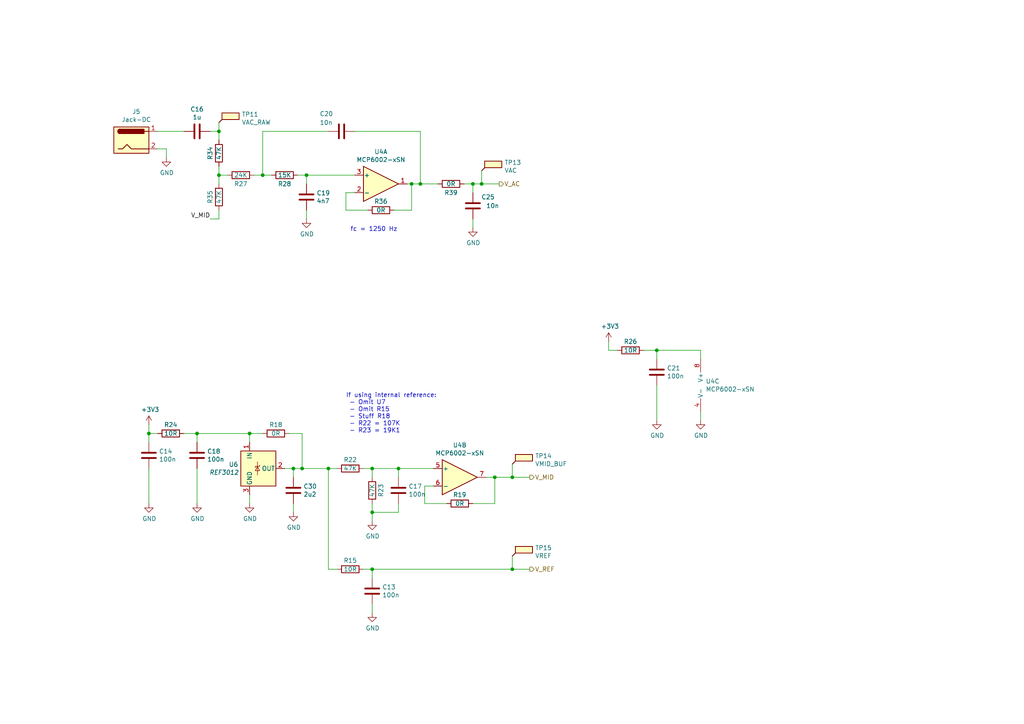
<source format=kicad_sch>
(kicad_sch (version 20211123) (generator eeschema)
  (paper "A4")
  (lib_symbols
    (symbol "Amplifier_Operational:MCP6002-xSN" (pin_names (offset 0.127))
      (property "Reference" "U" (at 0 5.08 0))
      (property "Value" "MCP6002-xSN" (at 0 -5.08 0))
      (symbol "MCP6002-xSN_1_1"
        (polyline (pts (xy -5.08 5.08) (xy 5.08 0) (xy -5.08 -5.08) (xy -5.08 5.08)) (stroke (width 0.254)) (fill (type background)))
        (pin output line (at 7.62 0 180) (length 2.54) (name "~") (number "1"))
        (pin input line (at -7.62 -2.54 0) (length 2.54) (name "-") (number "2"))
        (pin input line (at -7.62 2.54 0) (length 2.54) (name "+") (number "3"))
      )
      (symbol "MCP6002-xSN_2_1"
        (polyline (pts (xy -5.08 5.08) (xy 5.08 0) (xy -5.08 -5.08) (xy -5.08 5.08)) (stroke (width 0.254)) (fill (type background)))
        (pin input line (at -7.62 2.54 0) (length 2.54) (name "+") (number "5"))
        (pin input line (at -7.62 -2.54 0) (length 2.54) (name "-") (number "6"))
        (pin output line (at 7.62 0 180) (length 2.54) (name "~") (number "7"))
      )
      (symbol "MCP6002-xSN_3_1"
        (pin power_in line (at -2.54 -7.62 90) (length 3.81) (name "V-") (number "4"))
        (pin power_in line (at -2.54 7.62 270) (length 3.81) (name "V+") (number "8"))
      )
    )
    (symbol "Connector:Jack-DC" (pin_names (offset 1.016))
      (property "Reference" "J" (at 0 5.334 0))
      (property "Value" "Jack-DC" (at 0 -5.08 0))
      (symbol "Jack-DC_0_1"
        (rectangle (start -5.08 3.81) (end 5.08 -3.81) (stroke (width 0.254)) (fill (type background)))
        (arc (start -3.302 3.175) (mid -3.937 2.54) (end -3.302 1.905) (stroke (width 0.254)))
        (arc (start -3.302 3.175) (mid -3.937 2.54) (end -3.302 1.905) (stroke (width 0.254)) (fill (type outline)))
        (polyline (pts (xy 5.08 2.54) (xy 3.81 2.54)) (stroke (width 0.254)))
        (polyline (pts (xy -3.81 -2.54) (xy -2.54 -2.54) (xy -1.27 -1.27) (xy 0 -2.54) (xy 2.54 -2.54) (xy 5.08 -2.54)) (stroke (width 0.254)))
        (rectangle (start 3.683 3.175) (end -3.302 1.905) (stroke (width 0.254)) (fill (type outline)))
      )
      (symbol "Jack-DC_1_1"
        (pin passive line (at 7.62 2.54 180) (length 2.54) (name "~") (number "1"))
        (pin passive line (at 7.62 -2.54 180) (length 2.54) (name "~") (number "2"))
      )
    )
    (symbol "Connector:TestPoint_Flag" (pin_numbers hide) (pin_names (offset 0.762) hide)
      (property "Reference" "TP" (at 3.429 1.778 0))
      (property "Value" "TestPoint_Flag" (at 3.302 4.191 0))
      (symbol "TestPoint_Flag_0_1"
        (polyline (pts (xy 0 0) (xy 0.889 0.889)) (stroke (width 0.254)))
        (rectangle (start 0.889 2.794) (end 5.842 0.889) (stroke (width 0.254)) (fill (type background)))
      )
      (symbol "TestPoint_Flag_1_1"
        (pin passive line (at 0 0 90) (length 0) (name "1") (number "1"))
      )
    )
    (symbol "Device:C" (pin_numbers hide) (pin_names (offset 0.254))
      (property "Reference" "C" (at 0.635 2.54 0))
      (property "Value" "C" (at 0.635 -2.54 0))
      (symbol "C_0_1"
        (polyline (pts (xy -2.032 -0.762) (xy 2.032 -0.762)) (stroke (width 0.508)))
        (polyline (pts (xy -2.032 0.762) (xy 2.032 0.762)) (stroke (width 0.508)))
      )
      (symbol "C_1_1"
        (pin passive line (at 0 3.81 270) (length 2.794) (name "~") (number "1"))
        (pin passive line (at 0 -3.81 90) (length 2.794) (name "~") (number "2"))
      )
    )
    (symbol "Device:R" (pin_numbers hide) (pin_names (offset 0))
      (property "Reference" "R" (at 2.032 0 90))
      (property "Value" "R" (at 0 0 90))
      (symbol "R_0_1"
        (rectangle (start -1.016 -2.54) (end 1.016 2.54) (stroke (width 0.254)))
      )
      (symbol "R_1_1"
        (pin passive line (at 0 3.81 270) (length 1.27) (name "~") (number "1"))
        (pin passive line (at 0 -3.81 90) (length 1.27) (name "~") (number "2"))
      )
    )
    (symbol "Reference_Voltage:REF3012" (pin_names (offset 0.254))
      (property "Reference" "U" (at 0 6.35 0))
      (property "Value" "REF3012" (at 2.54 -6.35 0))
      (symbol "REF3012_0_1"
        (rectangle (start -5.08 5.08) (end 5.08 -5.08) (stroke (width 0.254)) (fill (type background)))
        (polyline (pts (xy -0.254 1.905) (xy -0.254 -1.905)))
        (polyline (pts (xy -0.889 -0.635) (xy 0.381 -0.635) (xy -0.254 0.635) (xy -0.889 -0.635)))
        (polyline (pts (xy 0.381 1.016) (xy 0.381 0.635) (xy -0.889 0.635) (xy -0.889 0.254)))
      )
      (symbol "REF3012_1_1"
        (pin power_in line (at -2.54 7.62 270) (length 2.54) (name "IN") (number "1"))
        (pin power_out line (at 7.62 0 180) (length 2.54) (name "OUT") (number "2"))
        (pin power_in line (at -2.54 -7.62 90) (length 2.54) (name "GND") (number "3"))
      )
    )
    (symbol "power:+3V3" (power) (pin_names (offset 0))
      (property "Value" "+3V3" (at 0 3.556 0))
      (symbol "+3V3_0_1"
        (polyline (pts (xy -0.762 1.27) (xy 0 2.54)))
        (polyline (pts (xy 0 0) (xy 0 2.54)))
        (polyline (pts (xy 0 2.54) (xy 0.762 1.27)))
      )
      (symbol "+3V3_1_1"
        (pin power_in line (at 0 0 90) (length 0) hide (name "+3V3") (number "1"))
      )
    )
    (symbol "power:GND" (power) (pin_names (offset 0))
      (property "Value" "GND" (at 0 -3.81 0))
      (symbol "GND_0_1"
        (polyline (pts (xy 0 0) (xy 0 -1.27) (xy 1.27 -1.27) (xy 0 -2.54) (xy -1.27 -1.27) (xy 0 -1.27)))
      )
      (symbol "GND_1_1"
        (pin power_in line (at 0 0 270) (length 0) hide (name "GND") (number "1"))
      )
    )
  )
  (junction (at 72.39 125.73))
  (junction (at 95.25 135.89))
  (junction (at 115.57 135.89))
  (junction (at 190.5 101.6))
  (junction (at 107.95 135.89))
  (junction (at 43.18 125.73))
  (junction (at 148.59 138.43))
  (junction (at 87.63 135.89))
  (junction (at 137.16 53.34))
  (junction (at 121.92 53.34))
  (junction (at 85.09 135.89))
  (junction (at 57.15 125.73))
  (junction (at 88.9 50.8))
  (junction (at 76.2 50.8))
  (junction (at 107.95 148.59))
  (junction (at 143.51 138.43))
  (junction (at 139.7 53.34))
  (junction (at 63.5 50.8))
  (junction (at 63.5 38.1))
  (junction (at 107.95 165.1))
  (junction (at 148.59 165.1))
  (junction (at 119.38 53.34))
  (wire (pts (xy 148.59 134.62) (xy 148.59 138.43)))
  (wire (pts (xy 87.63 135.89) (xy 95.25 135.89)))
  (wire (pts (xy 66.04 50.8) (xy 63.5 50.8)))
  (wire (pts (xy 45.72 43.18) (xy 48.26 43.18)))
  (wire (pts (xy 63.5 63.5) (xy 63.5 60.96)))
  (wire (pts (xy 63.5 50.8) (xy 63.5 48.26)))
  (wire (pts (xy 53.34 125.73) (xy 57.15 125.73)))
  (wire (pts (xy 148.59 165.1) (xy 153.67 165.1)))
  (wire (pts (xy 85.09 135.89) (xy 87.63 135.89)))
  (wire (pts (xy 186.69 101.6) (xy 190.5 101.6)))
  (wire (pts (xy 82.55 135.89) (xy 85.09 135.89)))
  (wire (pts (xy 100.33 55.88) (xy 100.33 60.96)))
  (wire (pts (xy 115.57 138.43) (xy 115.57 135.89)))
  (wire (pts (xy 63.5 63.5) (xy 60.96 63.5)))
  (wire (pts (xy 190.5 101.6) (xy 190.5 104.14)))
  (wire (pts (xy 107.95 148.59) (xy 107.95 151.13)))
  (wire (pts (xy 87.63 125.73) (xy 87.63 135.89)))
  (wire (pts (xy 102.87 55.88) (xy 100.33 55.88)))
  (wire (pts (xy 88.9 50.8) (xy 102.87 50.8)))
  (wire (pts (xy 88.9 63.5) (xy 88.9 60.96)))
  (wire (pts (xy 107.95 148.59) (xy 115.57 148.59)))
  (wire (pts (xy 95.25 165.1) (xy 95.25 135.89)))
  (wire (pts (xy 85.09 138.43) (xy 85.09 135.89)))
  (wire (pts (xy 114.3 60.96) (xy 119.38 60.96)))
  (wire (pts (xy 203.2 104.14) (xy 203.2 101.6)))
  (wire (pts (xy 83.82 125.73) (xy 87.63 125.73)))
  (wire (pts (xy 137.16 53.34) (xy 139.7 53.34)))
  (wire (pts (xy 121.92 38.1) (xy 121.92 53.34)))
  (wire (pts (xy 190.5 101.6) (xy 203.2 101.6)))
  (wire (pts (xy 139.7 53.34) (xy 144.78 53.34)))
  (wire (pts (xy 57.15 125.73) (xy 72.39 125.73)))
  (wire (pts (xy 203.2 121.92) (xy 203.2 119.38)))
  (wire (pts (xy 88.9 53.34) (xy 88.9 50.8)))
  (wire (pts (xy 72.39 125.73) (xy 76.2 125.73)))
  (wire (pts (xy 57.15 125.73) (xy 57.15 128.27)))
  (wire (pts (xy 190.5 121.92) (xy 190.5 111.76)))
  (wire (pts (xy 137.16 66.04) (xy 137.16 63.5)))
  (wire (pts (xy 97.79 165.1) (xy 95.25 165.1)))
  (wire (pts (xy 143.51 146.05) (xy 143.51 138.43)))
  (wire (pts (xy 72.39 125.73) (xy 72.39 128.27)))
  (wire (pts (xy 63.5 38.1) (xy 63.5 40.64)))
  (wire (pts (xy 140.97 138.43) (xy 143.51 138.43)))
  (wire (pts (xy 76.2 50.8) (xy 76.2 38.1)))
  (wire (pts (xy 121.92 53.34) (xy 119.38 53.34)))
  (wire (pts (xy 85.09 148.59) (xy 85.09 146.05)))
  (wire (pts (xy 48.26 43.18) (xy 48.26 45.72)))
  (wire (pts (xy 107.95 135.89) (xy 105.41 135.89)))
  (wire (pts (xy 63.5 38.1) (xy 63.5 35.56)))
  (wire (pts (xy 102.87 38.1) (xy 121.92 38.1)))
  (wire (pts (xy 125.73 135.89) (xy 115.57 135.89)))
  (wire (pts (xy 119.38 60.96) (xy 119.38 53.34)))
  (wire (pts (xy 100.33 60.96) (xy 106.68 60.96)))
  (wire (pts (xy 107.95 146.05) (xy 107.95 148.59)))
  (wire (pts (xy 60.96 38.1) (xy 63.5 38.1)))
  (wire (pts (xy 86.36 50.8) (xy 88.9 50.8)))
  (wire (pts (xy 139.7 53.34) (xy 139.7 49.53)))
  (wire (pts (xy 137.16 53.34) (xy 137.16 55.88)))
  (wire (pts (xy 107.95 165.1) (xy 148.59 165.1)))
  (wire (pts (xy 121.92 53.34) (xy 127 53.34)))
  (wire (pts (xy 76.2 38.1) (xy 95.25 38.1)))
  (wire (pts (xy 45.72 38.1) (xy 53.34 38.1)))
  (wire (pts (xy 57.15 146.05) (xy 57.15 135.89)))
  (wire (pts (xy 123.19 140.97) (xy 123.19 146.05)))
  (wire (pts (xy 43.18 128.27) (xy 43.18 125.73)))
  (wire (pts (xy 148.59 138.43) (xy 153.67 138.43)))
  (wire (pts (xy 43.18 146.05) (xy 43.18 135.89)))
  (wire (pts (xy 148.59 161.29) (xy 148.59 165.1)))
  (wire (pts (xy 115.57 148.59) (xy 115.57 146.05)))
  (wire (pts (xy 72.39 146.05) (xy 72.39 143.51)))
  (wire (pts (xy 107.95 177.8) (xy 107.95 175.26)))
  (wire (pts (xy 76.2 50.8) (xy 78.74 50.8)))
  (wire (pts (xy 125.73 140.97) (xy 123.19 140.97)))
  (wire (pts (xy 43.18 125.73) (xy 45.72 125.73)))
  (wire (pts (xy 63.5 53.34) (xy 63.5 50.8)))
  (wire (pts (xy 118.11 53.34) (xy 119.38 53.34)))
  (wire (pts (xy 129.54 146.05) (xy 123.19 146.05)))
  (wire (pts (xy 143.51 138.43) (xy 148.59 138.43)))
  (wire (pts (xy 107.95 138.43) (xy 107.95 135.89)))
  (wire (pts (xy 73.66 50.8) (xy 76.2 50.8)))
  (wire (pts (xy 176.53 101.6) (xy 179.07 101.6)))
  (wire (pts (xy 137.16 146.05) (xy 143.51 146.05)))
  (wire (pts (xy 107.95 167.64) (xy 107.95 165.1)))
  (wire (pts (xy 105.41 165.1) (xy 107.95 165.1)))
  (wire (pts (xy 95.25 135.89) (xy 97.79 135.89)))
  (wire (pts (xy 115.57 135.89) (xy 107.95 135.89)))
  (wire (pts (xy 176.53 99.06) (xy 176.53 101.6)))
  (wire (pts (xy 43.18 123.19) (xy 43.18 125.73)))
  (wire (pts (xy 134.62 53.34) (xy 137.16 53.34)))
  (text "If using internal reference:\n - Omit U7\n - Omit R15\n - Stuff R18\n - R22 = 107K\n - R23 = 19K1" (at 100.33 125.73 0) (effects (font (size 1.27 1.27)) (justify left bottom)))
  (text "fc = 1250 Hz" (at 101.6 67.31 0) (effects (font (size 1.27 1.27)) (justify left bottom)))
  (label "V_MID" (at 60.96 63.5 180))
  (hierarchical_label "V_MID" (shape output) (at 153.67 138.43 0))
  (hierarchical_label "V_AC" (shape output) (at 144.78 53.34 0))
  (hierarchical_label "V_REF" (shape output) (at 153.67 165.1 0))
  (symbol (lib_id "power:+3V3") (at 43.18 123.19 0) (unit 1)
    (property "Reference" "#PWR022" (effects hide))
    (property "Value" "+3V3" (at 43.561 118.7958 0))
  )
  (symbol (lib_id "power:GND") (at 72.39 146.05 0) (unit 1)
    (property "Reference" "#PWR026" (effects hide))
    (property "Value" "GND" (at 72.517 150.4442 0))
  )
  (symbol (lib_id "Device:R") (at 49.53 125.73 270) (unit 1)
    (property "Reference" "R24" (at 49.53 123.19 90))
    (property "Value" "10R" (at 49.53 125.73 90))
    (property "Footprint" "Resistor_SMD:R_0805_2012Metric_Pad1.20x1.40mm_HandSolder" (effects hide))
  )
  (symbol (lib_id "Device:C") (at 57.15 132.08 0) (unit 1)
    (property "Reference" "C18" (at 60.071 130.9116 0) (effects (justify left)))
    (property "Value" "100n" (at 60.071 133.223 0) (effects (justify left)))
    (property "Footprint" "Capacitor_SMD:C_0805_2012Metric_Pad1.18x1.45mm_HandSolder" (effects hide))
  )
  (symbol (lib_id "power:GND") (at 57.15 146.05 0) (unit 1)
    (property "Reference" "#PWR024" (effects hide))
    (property "Value" "GND" (at 57.277 150.4442 0))
  )
  (symbol (lib_id "Device:R") (at 101.6 135.89 270) (unit 1)
    (property "Reference" "R22" (at 101.6 133.35 90))
    (property "Value" "47K" (at 101.6 135.89 90))
    (property "Footprint" "Resistor_SMD:R_0805_2012Metric_Pad1.20x1.40mm_HandSolder" (effects hide))
  )
  (symbol (lib_id "Device:R") (at 107.95 142.24 180) (unit 1)
    (property "Reference" "R23" (at 110.49 142.24 90))
    (property "Value" "47K" (at 107.95 142.24 90))
    (property "Footprint" "Resistor_SMD:R_0805_2012Metric_Pad1.20x1.40mm_HandSolder" (effects hide))
  )
  (symbol (lib_id "Device:C") (at 115.57 142.24 0) (unit 1)
    (property "Reference" "C17" (at 118.491 141.0716 0) (effects (justify left)))
    (property "Value" "100n" (at 118.491 143.383 0) (effects (justify left)))
    (property "Footprint" "Capacitor_SMD:C_0805_2012Metric_Pad1.18x1.45mm_HandSolder" (effects hide))
  )
  (symbol (lib_id "power:GND") (at 107.95 151.13 0) (unit 1)
    (property "Reference" "#PWR023" (effects hide))
    (property "Value" "GND" (at 108.077 155.5242 0))
  )
  (symbol (lib_id "power:GND") (at 203.2 121.92 0) (unit 1)
    (property "Reference" "#PWR029" (effects hide))
    (property "Value" "GND" (at 203.327 126.3142 0))
  )
  (symbol (lib_id "power:+3V3") (at 176.53 99.06 0) (unit 1)
    (property "Reference" "#PWR027" (effects hide))
    (property "Value" "+3V3" (at 176.911 94.6658 0))
  )
  (symbol (lib_id "Device:R") (at 182.88 101.6 270) (unit 1)
    (property "Reference" "R26" (at 182.88 99.06 90))
    (property "Value" "10R" (at 182.88 101.6 90))
    (property "Footprint" "Resistor_SMD:R_0805_2012Metric_Pad1.20x1.40mm_HandSolder" (effects hide))
  )
  (symbol (lib_id "Device:C") (at 190.5 107.95 0) (unit 1)
    (property "Reference" "C21" (at 193.421 106.7816 0) (effects (justify left)))
    (property "Value" "100n" (at 193.421 109.093 0) (effects (justify left)))
    (property "Footprint" "Capacitor_SMD:C_0805_2012Metric_Pad1.18x1.45mm_HandSolder" (effects hide))
  )
  (symbol (lib_id "power:GND") (at 190.5 121.92 0) (unit 1)
    (property "Reference" "#PWR028" (effects hide))
    (property "Value" "GND" (at 190.627 126.3142 0))
  )
  (symbol (lib_id "Connector:Jack-DC") (at 38.1 40.64 0) (unit 1)
    (property "Reference" "J5" (at 39.5478 32.385 0))
    (property "Value" "Jack-DC" (at 39.5478 34.6964 0))
    (property "Footprint" "Connector_BarrelJack:BarrelJack_CUI_PJ-063AH_Horizontal" (effects hide))
  )
  (symbol (lib_id "Device:R") (at 82.55 50.8 90) (unit 1)
    (property "Reference" "R28" (at 82.55 53.34 90))
    (property "Value" "15K" (at 82.55 50.8 90))
    (property "Footprint" "Resistor_SMD:R_0805_2012Metric_Pad1.20x1.40mm_HandSolder" (effects hide))
  )
  (symbol (lib_id "Device:R") (at 69.85 50.8 90) (unit 1)
    (property "Reference" "R27" (at 69.85 53.34 90))
    (property "Value" "24K" (at 69.85 50.8 90))
    (property "Footprint" "Resistor_SMD:R_0805_2012Metric_Pad1.20x1.40mm_HandSolder" (effects hide))
  )
  (symbol (lib_id "Device:C") (at 88.9 57.15 0) (unit 1)
    (property "Reference" "C19" (at 91.821 55.9816 0) (effects (justify left)))
    (property "Value" "4n7" (at 91.821 58.293 0) (effects (justify left)))
    (property "Footprint" "Capacitor_SMD:C_0805_2012Metric_Pad1.18x1.45mm_HandSolder" (effects hide))
  )
  (symbol (lib_id "Device:C") (at 99.06 38.1 270) (unit 1)
    (property "Reference" "C20" (at 92.71 33.02 90) (effects (justify left)))
    (property "Value" "10n" (at 92.71 35.56 90) (effects (justify left)))
    (property "Footprint" "Capacitor_SMD:C_0805_2012Metric_Pad1.18x1.45mm_HandSolder" (effects hide))
  )
  (symbol (lib_id "Device:R") (at 80.01 125.73 270) (unit 1)
    (property "Reference" "R18" (at 80.01 123.19 90))
    (property "Value" "0R" (at 80.01 125.73 90))
    (property "Footprint" "Resistor_SMD:R_0805_2012Metric_Pad1.20x1.40mm_HandSolder" (effects hide))
  )
  (symbol (lib_id "power:GND") (at 48.26 45.72 0) (unit 1)
    (property "Reference" "#PWR012" (effects hide))
    (property "Value" "GND" (at 48.387 50.1142 0))
  )
  (symbol (lib_id "Device:R") (at 101.6 165.1 270) (unit 1)
    (property "Reference" "R15" (at 101.6 162.56 90))
    (property "Value" "10R" (at 101.6 165.1 90))
    (property "Footprint" "Resistor_SMD:R_0805_2012Metric_Pad1.20x1.40mm_HandSolder" (effects hide))
  )
  (symbol (lib_id "Device:C") (at 107.95 171.45 0) (unit 1)
    (property "Reference" "C13" (at 110.871 170.2816 0) (effects (justify left)))
    (property "Value" "100n" (at 110.871 172.593 0) (effects (justify left)))
    (property "Footprint" "Capacitor_SMD:C_0805_2012Metric_Pad1.18x1.45mm_HandSolder" (effects hide))
  )
  (symbol (lib_id "power:GND") (at 107.95 177.8 0) (unit 1)
    (property "Reference" "#PWR0102" (effects hide))
    (property "Value" "GND" (at 108.077 182.1942 0))
  )
  (symbol (lib_id "Device:C") (at 57.15 38.1 270) (unit 1)
    (property "Reference" "C16" (at 57.15 31.6992 90))
    (property "Value" "1u" (at 57.15 34.0106 90))
    (property "Footprint" "Capacitor_SMD:C_0805_2012Metric_Pad1.18x1.45mm_HandSolder" (effects hide))
  )
  (symbol (lib_id "Device:R") (at 63.5 44.45 0) (unit 1)
    (property "Reference" "R34" (at 60.96 44.45 90))
    (property "Value" "47K" (at 63.5 44.45 90))
    (property "Footprint" "Resistor_SMD:R_0805_2012Metric_Pad1.20x1.40mm_HandSolder" (effects hide))
  )
  (symbol (lib_id "Device:R") (at 63.5 57.15 0) (unit 1)
    (property "Reference" "R35" (at 60.96 57.15 90))
    (property "Value" "47K" (at 63.5 57.15 90))
    (property "Footprint" "Resistor_SMD:R_0805_2012Metric_Pad1.20x1.40mm_HandSolder" (effects hide))
  )
  (symbol (lib_id "Device:C") (at 43.18 132.08 0) (unit 1)
    (property "Reference" "C14" (at 46.101 130.9116 0) (effects (justify left)))
    (property "Value" "100n" (at 46.101 133.223 0) (effects (justify left)))
    (property "Footprint" "Capacitor_SMD:C_0805_2012Metric_Pad1.18x1.45mm_HandSolder" (effects hide))
  )
  (symbol (lib_id "power:GND") (at 43.18 146.05 0) (unit 1)
    (property "Reference" "#PWR0106" (effects hide))
    (property "Value" "GND" (at 43.307 150.4442 0))
  )
  (symbol (lib_id "Device:R") (at 110.49 60.96 270) (unit 1)
    (property "Reference" "R36" (at 110.49 58.42 90))
    (property "Value" "0R" (at 110.49 60.96 90))
    (property "Footprint" "Resistor_SMD:R_0805_2012Metric_Pad1.20x1.40mm_HandSolder" (effects hide))
  )
  (symbol (lib_id "Amplifier_Operational:MCP6002-xSN") (at 110.49 53.34 0) (unit 1)
    (property "Reference" "U4" (at 110.49 44.0182 0))
    (property "Value" "MCP6002-xSN" (at 110.49 46.3296 0))
    (property "Footprint" "Package_SO:SOIC-8_3.9x4.9mm_P1.27mm" (effects hide))
    (property "Datasheet" "http://ww1.microchip.com/downloads/en/DeviceDoc/21733j.pdf" (effects hide))
  )
  (symbol (lib_id "Amplifier_Operational:MCP6002-xSN") (at 133.35 138.43 0) (unit 2)
    (property "Reference" "U4" (at 133.35 129.1082 0))
    (property "Value" "MCP6002-xSN" (at 133.35 131.4196 0))
    (property "Footprint" "Package_SO:SOIC-8_3.9x4.9mm_P1.27mm" (effects hide))
    (property "Datasheet" "http://ww1.microchip.com/downloads/en/DeviceDoc/21733j.pdf" (effects hide))
  )
  (symbol (lib_id "Amplifier_Operational:MCP6002-xSN") (at 205.74 111.76 0) (unit 3)
    (property "Reference" "U4" (at 204.6732 110.5916 0) (effects (justify left)))
    (property "Value" "MCP6002-xSN" (at 204.6732 112.903 0) (effects (justify left)))
    (property "Footprint" "Package_SO:SOIC-8_3.9x4.9mm_P1.27mm" (effects hide))
    (property "Datasheet" "http://ww1.microchip.com/downloads/en/DeviceDoc/21733j.pdf" (effects hide))
  )
  (symbol (lib_id "Device:R") (at 130.81 53.34 90) (unit 1)
    (property "Reference" "R39" (at 130.81 55.88 90))
    (property "Value" "0R" (at 130.81 53.34 90))
    (property "Footprint" "Resistor_SMD:R_0805_2012Metric_Pad1.20x1.40mm_HandSolder" (effects hide))
  )
  (symbol (lib_id "Device:C") (at 137.16 59.69 180) (unit 1)
    (property "Reference" "C25" (at 143.51 57.15 0) (effects (justify left)))
    (property "Value" "10n" (at 144.78 59.69 0) (effects (justify left)))
    (property "Footprint" "Capacitor_SMD:C_0805_2012Metric_Pad1.18x1.45mm_HandSolder" (effects hide))
  )
  (symbol (lib_id "Device:R") (at 133.35 146.05 270) (unit 1)
    (property "Reference" "R19" (at 133.35 143.51 90))
    (property "Value" "0R" (at 133.35 146.05 90))
    (property "Footprint" "Resistor_SMD:R_0805_2012Metric_Pad1.20x1.40mm_HandSolder" (effects hide))
  )
  (symbol (lib_id "Connector:TestPoint_Flag") (at 148.59 134.62 0) (unit 1)
    (property "Reference" "TP14" (at 155.194 132.2324 0) (effects (justify left)))
    (property "Value" "VMID_BUF" (at 155.194 134.5438 0) (effects (justify left)))
    (property "Footprint" "TestPoint:TestPoint_THTPad_1.5x1.5mm_Drill0.7mm" (effects hide))
  )
  (symbol (lib_id "Connector:TestPoint_Flag") (at 148.59 161.29 0) (unit 1)
    (property "Reference" "TP15" (at 155.194 158.9024 0) (effects (justify left)))
    (property "Value" "VREF" (at 155.194 161.2138 0) (effects (justify left)))
    (property "Footprint" "TestPoint:TestPoint_THTPad_1.5x1.5mm_Drill0.7mm" (effects hide))
  )
  (symbol (lib_id "Connector:TestPoint_Flag") (at 63.5 35.56 0) (unit 1)
    (property "Reference" "TP11" (at 70.104 33.1724 0) (effects (justify left)))
    (property "Value" "VAC_RAW" (at 70.104 35.4838 0) (effects (justify left)))
    (property "Footprint" "TestPoint:TestPoint_THTPad_1.5x1.5mm_Drill0.7mm" (effects hide))
  )
  (symbol (lib_id "Connector:TestPoint_Flag") (at 139.7 49.53 0) (unit 1)
    (property "Reference" "TP13" (at 146.304 47.1424 0) (effects (justify left)))
    (property "Value" "VAC" (at 146.304 49.4538 0) (effects (justify left)))
    (property "Footprint" "TestPoint:TestPoint_THTPad_1.5x1.5mm_Drill0.7mm" (effects hide))
  )
  (symbol (lib_id "Device:C") (at 85.09 142.24 0) (unit 1)
    (property "Reference" "C30" (at 88.011 141.0716 0) (effects (justify left)))
    (property "Value" "2u2" (at 88.011 143.383 0) (effects (justify left)))
    (property "Footprint" "Capacitor_SMD:C_0805_2012Metric_Pad1.18x1.45mm_HandSolder" (effects hide))
  )
  (symbol (lib_id "power:GND") (at 85.09 148.59 0) (unit 1)
    (property "Reference" "#PWR014" (effects hide))
    (property "Value" "GND" (at 85.217 152.9842 0))
  )
  (symbol (lib_id "Reference_Voltage:REF3012") (at 74.93 135.89 0) (unit 1)
    (property "Reference" "U6" (at 69.1134 134.7216 0) (effects (justify right)))
    (property "Value" "REF3012" (at 69.1134 137.033 0) (effects (font italic) (justify right)))
    (property "Footprint" "Package_TO_SOT_SMD:SOT-23" (effects hide))
    (property "Datasheet" "http://www.ti.com/lit/ds/symlink/ref3033.pdf" (effects hide))
  )
  (symbol (lib_id "power:GND") (at 137.16 66.04 0) (unit 1)
    (property "Reference" "#PWR0130" (effects hide))
    (property "Value" "GND" (at 137.287 70.4342 0))
  )
  (symbol (lib_id "power:GND") (at 88.9 63.5 0) (unit 1)
    (property "Reference" "#PWR0129" (effects hide))
    (property "Value" "GND" (at 89.027 67.8942 0))
  )
)
</source>
